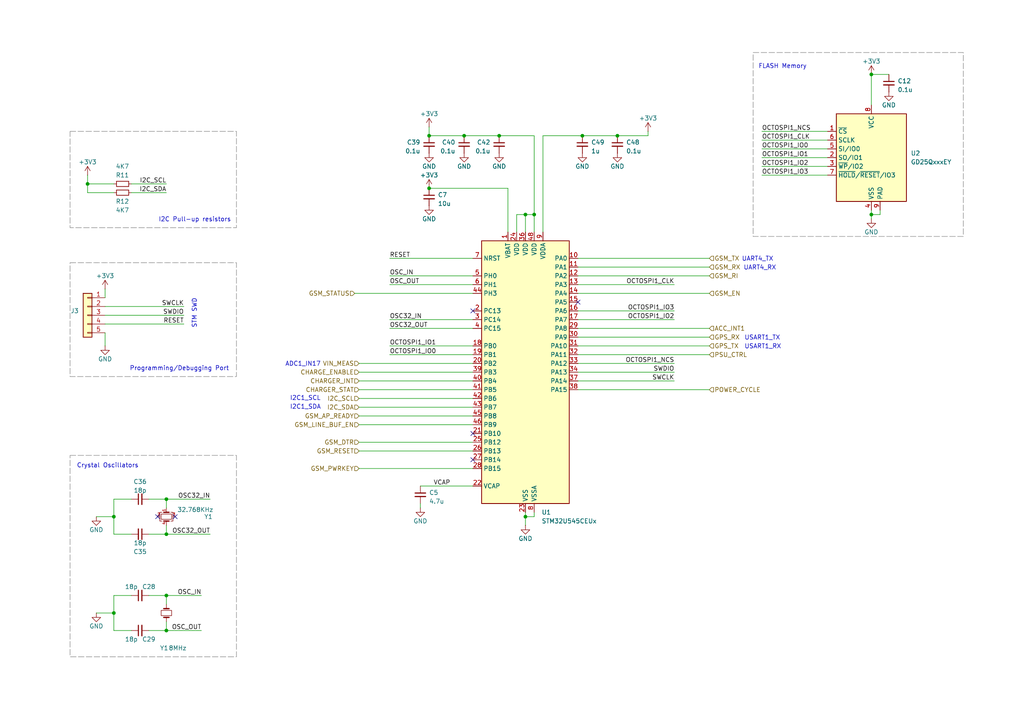
<source format=kicad_sch>
(kicad_sch (version 20250114) (generator "eeschema") (generator_version "9.0")
  (paper "A4")
  (lib_symbols
    (symbol "Connector_Generic:Conn_01x05" (pin_names (offset 1.016) (hide yes))
      (property "Reference" "J" (at 0 7.62 0))
      (property "Value" "Conn_01x05" (at 0 -7.62 0))
      (symbol "Conn_01x05_1_1"
        (rectangle (start -1.27 6.35) (end 1.27 -6.35) (stroke (width 0.254)) (fill (type background)))
        (rectangle (start -1.27 5.207) (end 0 4.953) (stroke (width 0.1524)))
        (rectangle (start -1.27 2.667) (end 0 2.413) (stroke (width 0.1524)))
        (rectangle (start -1.27 0.127) (end 0 -0.127) (stroke (width 0.1524)))
        (rectangle (start -1.27 -2.413) (end 0 -2.667) (stroke (width 0.1524)))
        (rectangle (start -1.27 -4.953) (end 0 -5.207) (stroke (width 0.1524)))
        (pin passive line (at -5.08 5.08 0) (length 3.81) (name "Pin_1") (number "1"))
        (pin passive line (at -5.08 2.54 0) (length 3.81) (name "Pin_2") (number "2"))
        (pin passive line (at -5.08 0 0) (length 3.81) (name "Pin_3") (number "3"))
        (pin passive line (at -5.08 -2.54 0) (length 3.81) (name "Pin_4") (number "4"))
        (pin passive line (at -5.08 -5.08 0) (length 3.81) (name "Pin_5") (number "5"))
      )
    )
    (symbol "Device:C_Small" (pin_numbers (hide yes)) (pin_names (offset 0.254) (hide yes))
      (property "Reference" "C" (at 0.254 1.778 0))
      (property "Value" "C_Small" (at 0.254 -2.032 0))
      (symbol "C_Small_0_1"
        (polyline (pts (xy -1.524 0.508) (xy 1.524 0.508)) (stroke (width 0.3048)))
        (polyline (pts (xy -1.524 -0.508) (xy 1.524 -0.508)) (stroke (width 0.3302)))
      )
      (symbol "C_Small_1_1"
        (pin passive line (at 0 2.54 270) (length 2.032) (name "~") (number "1"))
        (pin passive line (at 0 -2.54 90) (length 2.032) (name "~") (number "2"))
      )
    )
    (symbol "Device:Crystal_GND23_Small" (pin_names (offset 1.016) (hide yes))
      (property "Reference" "Y" (at 1.27 4.445 0))
      (property "Value" "Crystal_GND23_Small" (at 1.27 2.54 0))
      (symbol "Crystal_GND23_Small_0_1"
        (polyline (pts (xy -1.27 1.27) (xy -1.27 1.905) (xy 1.27 1.905) (xy 1.27 1.27)))
        (polyline (pts (xy -1.27 -0.762) (xy -1.27 0.762)) (stroke (width 0.381)))
        (polyline (pts (xy -1.27 -1.27) (xy -1.27 -1.905) (xy 1.27 -1.905) (xy 1.27 -1.27)))
        (rectangle (start -0.762 -1.524) (end 0.762 1.524))
        (polyline (pts (xy 1.27 -0.762) (xy 1.27 0.762)) (stroke (width 0.381)))
      )
      (symbol "Crystal_GND23_Small_1_1"
        (pin passive line (at -2.54 0 0) (length 1.27) (name "1") (number "1"))
        (pin passive line (at 0 2.54 270) (length 0.635) (name "3") (number "3"))
        (pin passive line (at 0 -2.54 90) (length 0.635) (name "2") (number "2"))
        (pin passive line (at 2.54 0 180) (length 1.27) (name "4") (number "4"))
      )
    )
    (symbol "Device:Crystal_Small" (pin_numbers (hide yes)) (pin_names (offset 1.016) (hide yes))
      (property "Reference" "Y" (at 0 2.54 0))
      (property "Value" "Crystal_Small" (at 0 -2.54 0))
      (symbol "Crystal_Small_0_1"
        (polyline (pts (xy -1.27 -0.762) (xy -1.27 0.762)) (stroke (width 0.381)))
        (rectangle (start -0.762 -1.524) (end 0.762 1.524))
        (polyline (pts (xy 1.27 -0.762) (xy 1.27 0.762)) (stroke (width 0.381)))
      )
      (symbol "Crystal_Small_1_1"
        (pin passive line (at -2.54 0 0) (length 1.27) (name "1") (number "1"))
        (pin passive line (at 2.54 0 180) (length 1.27) (name "2") (number "2"))
      )
    )
    (symbol "Device:R_Small" (pin_numbers (hide yes)) (pin_names (offset 0.254) (hide yes))
      (property "Reference" "R" (at 0 0 90))
      (property "Value" "R_Small" (at 1.778 0 90))
      (symbol "R_Small_0_1"
        (rectangle (start -0.762 1.778) (end 0.762 -1.778) (stroke (width 0.2032)))
      )
      (symbol "R_Small_1_1"
        (pin passive line (at 0 2.54 270) (length 0.762) (name "~") (number "1"))
        (pin passive line (at 0 -2.54 90) (length 0.762) (name "~") (number "2"))
      )
    )
    (symbol "MCU_ST_STM32U5:STM32U545CEUx"
      (property "Reference" "U" (at -12.7 39.37 0))
      (property "Value" "STM32U545CEUx" (at 7.62 39.37 0))
      (symbol "STM32U545CEUx_0_1"
        (rectangle (start -12.7 -38.1) (end 12.7 38.1) (stroke (width 0.254)) (fill (type background)))
      )
      (symbol "STM32U545CEUx_1_1"
        (pin input line (at -15.24 33.02 0) (length 2.54) (name "NRST") (number "7"))
        (pin bidirectional line (at -15.24 27.94 0) (length 2.54) (name "PH0") (number "5"))
        (pin bidirectional line (at -15.24 25.4 0) (length 2.54) (name "PH1") (number "6"))
        (pin bidirectional line (at -15.24 22.86 0) (length 2.54) (name "PH3") (number "44"))
        (pin bidirectional line (at -15.24 17.78 0) (length 2.54) (name "PC13") (number "2"))
        (pin bidirectional line (at -15.24 15.24 0) (length 2.54) (name "PC14") (number "3"))
        (pin bidirectional line (at -15.24 12.7 0) (length 2.54) (name "PC15") (number "4"))
        (pin bidirectional line (at -15.24 7.62 0) (length 2.54) (name "PB0") (number "18"))
        (pin bidirectional line (at -15.24 5.08 0) (length 2.54) (name "PB1") (number "19"))
        (pin bidirectional line (at -15.24 2.54 0) (length 2.54) (name "PB2") (number "20"))
        (pin bidirectional line (at -15.24 0 0) (length 2.54) (name "PB3") (number "39"))
        (pin bidirectional line (at -15.24 -2.54 0) (length 2.54) (name "PB4") (number "40"))
        (pin bidirectional line (at -15.24 -5.08 0) (length 2.54) (name "PB5") (number "41"))
        (pin bidirectional line (at -15.24 -7.62 0) (length 2.54) (name "PB6") (number "42"))
        (pin bidirectional line (at -15.24 -10.16 0) (length 2.54) (name "PB7") (number "43"))
        (pin bidirectional line (at -15.24 -12.7 0) (length 2.54) (name "PB8") (number "45"))
        (pin bidirectional line (at -15.24 -15.24 0) (length 2.54) (name "PB9") (number "46"))
        (pin bidirectional line (at -15.24 -17.78 0) (length 2.54) (name "PB10") (number "21"))
        (pin bidirectional line (at -15.24 -20.32 0) (length 2.54) (name "PB12") (number "25"))
        (pin bidirectional line (at -15.24 -22.86 0) (length 2.54) (name "PB13") (number "26"))
        (pin bidirectional line (at -15.24 -25.4 0) (length 2.54) (name "PB14") (number "27"))
        (pin bidirectional line (at -15.24 -27.94 0) (length 2.54) (name "PB15") (number "28"))
        (pin power_out line (at -15.24 -33.02 0) (length 2.54) (name "VCAP") (number "22"))
        (pin power_in line (at -5.08 40.64 270) (length 2.54) (name "VBAT") (number "1"))
        (pin power_in line (at -2.54 40.64 270) (length 2.54) (name "VDD") (number "24"))
        (pin power_in line (at 0 40.64 270) (length 2.54) (name "VDD") (number "36"))
        (pin power_in line (at 0 -40.64 90) (length 2.54) (name "VSS") (number "23"))
        (pin passive line (at 0 -40.64 90) (length 2.54) (hide yes) (name "VSS") (number "35"))
        (pin passive line (at 0 -40.64 90) (length 2.54) (hide yes) (name "VSS") (number "47"))
        (pin passive line (at 0 -40.64 90) (length 2.54) (hide yes) (name "VSS") (number "49"))
        (pin power_in line (at 2.54 40.64 270) (length 2.54) (name "VDD") (number "48"))
        (pin power_in line (at 2.54 -40.64 90) (length 2.54) (name "VSSA") (number "8"))
        (pin power_in line (at 5.08 40.64 270) (length 2.54) (name "VDDA") (number "9"))
        (pin bidirectional line (at 15.24 33.02 180) (length 2.54) (name "PA0") (number "10"))
        (pin bidirectional line (at 15.24 30.48 180) (length 2.54) (name "PA1") (number "11"))
        (pin bidirectional line (at 15.24 27.94 180) (length 2.54) (name "PA2") (number "12"))
        (pin bidirectional line (at 15.24 25.4 180) (length 2.54) (name "PA3") (number "13"))
        (pin bidirectional line (at 15.24 22.86 180) (length 2.54) (name "PA4") (number "14"))
        (pin bidirectional line (at 15.24 20.32 180) (length 2.54) (name "PA5") (number "15"))
        (pin bidirectional line (at 15.24 17.78 180) (length 2.54) (name "PA6") (number "16"))
        (pin bidirectional line (at 15.24 15.24 180) (length 2.54) (name "PA7") (number "17"))
        (pin bidirectional line (at 15.24 12.7 180) (length 2.54) (name "PA8") (number "29"))
        (pin bidirectional line (at 15.24 10.16 180) (length 2.54) (name "PA9") (number "30"))
        (pin bidirectional line (at 15.24 7.62 180) (length 2.54) (name "PA10") (number "31"))
        (pin bidirectional line (at 15.24 5.08 180) (length 2.54) (name "PA11") (number "32"))
        (pin bidirectional line (at 15.24 2.54 180) (length 2.54) (name "PA12") (number "33"))
        (pin bidirectional line (at 15.24 0 180) (length 2.54) (name "PA13") (number "34"))
        (pin bidirectional line (at 15.24 -2.54 180) (length 2.54) (name "PA14") (number "37"))
        (pin bidirectional line (at 15.24 -5.08 180) (length 2.54) (name "PA15") (number "38"))
      )
    )
    (symbol "Memory_Flash:GD25QxxxEY"
      (property "Reference" "U" (at -9.398 13.97 0))
      (property "Value" "GD25QxxxEY" (at 7.112 13.97 0))
      (symbol "GD25QxxxEY_0_1"
        (rectangle (start -10.16 12.7) (end 10.16 -12.7) (stroke (width 0.254)) (fill (type background)))
      )
      (symbol "GD25QxxxEY_1_1"
        (pin input line (at -12.7 7.62 0) (length 2.54) (name "~{CS}") (number "1"))
        (pin input line (at -12.7 5.08 0) (length 2.54) (name "SCLK") (number "6"))
        (pin bidirectional line (at -12.7 2.54 0) (length 2.54) (name "SI/IO0") (number "5"))
        (pin bidirectional line (at -12.7 0 0) (length 2.54) (name "SO/IO1") (number "2"))
        (pin bidirectional line (at -12.7 -2.54 0) (length 2.54) (name "~{WP}/IO2") (number "3"))
        (pin bidirectional line (at -12.7 -5.08 0) (length 2.54) (name "~{HOLD}/~{RESET}/IO3") (number "7"))
        (pin power_in line (at 0 15.24 270) (length 2.54) (name "VCC") (number "8"))
        (pin power_in line (at 0 -15.24 90) (length 2.54) (name "VSS") (number "4"))
        (pin passive line (at 2.54 -15.24 90) (length 2.54) (name "PAD") (number "9"))
      )
    )
    (symbol "power:+3.3V" (power) (pin_numbers (hide yes)) (pin_names (offset 0) (hide yes))
      (property "Value" "+3.3V" (at 0 3.556 0))
      (symbol "+3.3V_0_1"
        (polyline (pts (xy -0.762 1.27) (xy 0 2.54)))
        (polyline (pts (xy 0 2.54) (xy 0.762 1.27)))
        (polyline (pts (xy 0 0) (xy 0 2.54)))
      )
      (symbol "+3.3V_1_1"
        (pin power_in line (at 0 0 90) (length 0) (name "~") (number "1"))
      )
    )
    (symbol "power:GND" (power) (pin_numbers (hide yes)) (pin_names (offset 0) (hide yes))
      (property "Value" "GND" (at 0 -3.81 0))
      (symbol "GND_0_1"
        (polyline (pts (xy 0 0) (xy 0 -1.27) (xy 1.27 -1.27) (xy 0 -2.54) (xy -1.27 -1.27) (xy 0 -1.27)))
      )
      (symbol "GND_1_1"
        (pin power_in line (at 0 0 270) (length 0) (name "~") (number "1"))
      )
    )
  )
  (rectangle (start 218.44 15.24) (end 279.4 68.58) (stroke (width 0) (type dash) (color 132 132 132 1)))
  (rectangle (start 20.32 132.08) (end 68.58 190.5) (stroke (width 0) (type dash) (color 132 132 132 1)))
  (rectangle (start 20.32 38.1) (end 68.58 66.04) (stroke (width 0) (type dash) (color 132 132 132 1)))
  (rectangle (start 20.32 76.2) (end 68.58 109.22) (stroke (width 0) (type dash) (color 132 132 132 1)))
  (text "USART1_RX" (at 215.9 101.346 0) (effects (font (size 1.27 1.27)) (justify left bottom)))
  (text "UART4_TX" (at 215.138 75.946 0) (effects (font (size 1.27 1.27)) (justify left bottom)))
  (text "STM SWD" (at 57.15 95.25 90) (effects (font (size 1.27 1.27)) (justify left bottom)))
  (text "I2C1_SCL" (at 84.074 116.332 0) (effects (font (size 1.27 1.27)) (justify left bottom)))
  (text "I2C1_SDA" (at 84.074 118.872 0) (effects (font (size 1.27 1.27)) (justify left bottom)))
  (text "Crystal Oscillators" (at 31.242 135.128 0) (effects (font (size 1.27 1.27))))
  (text "UART4_RX" (at 215.646 78.486 0) (effects (font (size 1.27 1.27)) (justify left bottom)))
  (text "USART1_TX" (at 215.9 98.806 0) (effects (font (size 1.27 1.27)) (justify left bottom)))
  (text "Programming/Debugging Port" (at 37.592 107.696 0) (effects (font (size 1.27 1.27)) (justify left bottom)))
  (text "FLASH Memory" (at 219.964 20.066 0) (effects (font (size 1.27 1.27)) (justify left bottom)))
  (text "ADC1_IN17" (at 87.884 105.664 0) (effects (font (size 1.27 1.27))))
  (text "I2C Pull-up resistors" (at 45.974 64.516 0) (effects (font (size 1.27 1.27)) (justify left bottom)))
  (junction (at 252.73 21.59))
  (junction (at 48.26 172.72) (diameter 0.9144))
  (junction (at 124.46 39.37))
  (junction (at 48.26 182.88) (diameter 0.9144))
  (junction (at 252.73 62.23))
  (junction (at 152.4 149.86))
  (junction (at 25.4 53.34) (diameter 0.9144))
  (junction (at 33.02 149.86))
  (junction (at 152.4 62.23))
  (junction (at 179.07 39.37))
  (junction (at 154.94 62.23))
  (junction (at 144.78 39.37))
  (junction (at 48.26 154.94) (diameter 0.9144))
  (junction (at 168.91 39.37))
  (junction (at 33.02 177.8))
  (junction (at 124.46 54.61))
  (junction (at 134.62 39.37))
  (junction (at 48.26 144.78) (diameter 0.9144))
  (no_connect (at 137.16 125.73))
  (no_connect (at 50.8 149.86))
  (no_connect (at 137.16 90.17))
  (no_connect (at 137.16 133.35))
  (no_connect (at 167.64 87.63))
  (no_connect (at 45.72 149.86))
  (wire (pts (xy 220.98 48.26) (xy 240.03 48.26)))
  (wire (pts (xy 154.94 39.37) (xy 144.78 39.37)))
  (wire (pts (xy 167.64 113.03) (xy 205.74 113.03)))
  (wire (pts (xy 152.4 149.86) (xy 154.94 149.86)))
  (wire (pts (xy 48.26 144.78) (xy 48.26 147.32)))
  (wire (pts (xy 104.14 120.65) (xy 137.16 120.65)))
  (wire (pts (xy 157.48 39.37) (xy 168.91 39.37)))
  (wire (pts (xy 121.92 140.97) (xy 137.16 140.97)))
  (wire (pts (xy 43.18 182.88) (xy 48.26 182.88)))
  (wire (pts (xy 104.14 110.49) (xy 137.16 110.49)))
  (wire (pts (xy 152.4 62.23) (xy 154.94 62.23)))
  (wire (pts (xy 124.46 36.83) (xy 124.46 39.37)))
  (wire (pts (xy 167.64 77.47) (xy 205.74 77.47)))
  (wire (pts (xy 220.98 43.18) (xy 240.03 43.18)))
  (wire (pts (xy 113.03 82.55) (xy 137.16 82.55)))
  (wire (pts (xy 33.02 154.94) (xy 38.1 154.94)))
  (wire (pts (xy 152.4 149.86) (xy 152.4 152.4)))
  (wire (pts (xy 27.94 177.8) (xy 33.02 177.8)))
  (wire (pts (xy 167.64 105.41) (xy 195.58 105.41)))
  (wire (pts (xy 167.64 95.25) (xy 205.74 95.25)))
  (wire (pts (xy 167.64 100.33) (xy 205.74 100.33)))
  (wire (pts (xy 137.16 128.27) (xy 104.14 128.27)))
  (wire (pts (xy 124.46 39.37) (xy 134.62 39.37)))
  (wire (pts (xy 38.1 172.72) (xy 33.02 172.72)))
  (wire (pts (xy 121.92 147.32) (xy 121.92 146.05)))
  (wire (pts (xy 220.98 38.1) (xy 240.03 38.1)))
  (wire (pts (xy 38.1 182.88) (xy 33.02 182.88)))
  (wire (pts (xy 149.86 62.23) (xy 152.4 62.23)))
  (wire (pts (xy 137.16 123.19) (xy 104.14 123.19)))
  (wire (pts (xy 25.4 53.34) (xy 25.4 50.8)))
  (wire (pts (xy 33.02 53.34) (xy 25.4 53.34)))
  (wire (pts (xy 154.94 148.59) (xy 154.94 149.86)))
  (wire (pts (xy 33.02 149.86) (xy 33.02 144.78)))
  (wire (pts (xy 33.02 144.78) (xy 38.1 144.78)))
  (wire (pts (xy 152.4 62.23) (xy 152.4 67.31)))
  (wire (pts (xy 167.64 97.79) (xy 205.74 97.79)))
  (wire (pts (xy 30.48 83.82) (xy 30.48 86.36)))
  (wire (pts (xy 48.26 144.78) (xy 60.96 144.78)))
  (wire (pts (xy 48.26 144.78) (xy 43.18 144.78)))
  (wire (pts (xy 33.02 177.8) (xy 33.02 182.88)))
  (wire (pts (xy 25.4 55.88) (xy 25.4 53.34)))
  (wire (pts (xy 33.02 55.88) (xy 25.4 55.88)))
  (wire (pts (xy 167.64 102.87) (xy 205.74 102.87)))
  (wire (pts (xy 167.64 107.95) (xy 195.58 107.95)))
  (wire (pts (xy 113.03 74.93) (xy 137.16 74.93)))
  (wire (pts (xy 38.1 55.88) (xy 48.26 55.88)))
  (wire (pts (xy 167.64 90.17) (xy 195.58 90.17)))
  (wire (pts (xy 33.02 172.72) (xy 33.02 177.8)))
  (wire (pts (xy 220.98 40.64) (xy 240.03 40.64)))
  (wire (pts (xy 113.03 80.01) (xy 137.16 80.01)))
  (wire (pts (xy 154.94 62.23) (xy 154.94 39.37)))
  (wire (pts (xy 134.62 39.37) (xy 144.78 39.37)))
  (wire (pts (xy 124.46 54.61) (xy 147.32 54.61)))
  (wire (pts (xy 154.94 62.23) (xy 154.94 67.31)))
  (wire (pts (xy 252.73 60.96) (xy 252.73 62.23)))
  (wire (pts (xy 167.64 82.55) (xy 195.58 82.55)))
  (wire (pts (xy 38.1 53.34) (xy 48.26 53.34)))
  (wire (pts (xy 147.32 54.61) (xy 147.32 67.31)))
  (wire (pts (xy 113.03 102.87) (xy 137.16 102.87)))
  (wire (pts (xy 167.64 85.09) (xy 205.74 85.09)))
  (wire (pts (xy 255.27 60.96) (xy 255.27 62.23)))
  (wire (pts (xy 152.4 148.59) (xy 152.4 149.86)))
  (wire (pts (xy 252.73 21.59) (xy 252.73 30.48)))
  (wire (pts (xy 48.26 152.4) (xy 48.26 154.94)))
  (wire (pts (xy 27.94 149.86) (xy 33.02 149.86)))
  (wire (pts (xy 167.64 110.49) (xy 195.58 110.49)))
  (wire (pts (xy 167.64 80.01) (xy 205.74 80.01)))
  (wire (pts (xy 30.48 88.9) (xy 53.34 88.9)))
  (wire (pts (xy 104.14 130.81) (xy 137.16 130.81)))
  (wire (pts (xy 255.27 62.23) (xy 252.73 62.23)))
  (wire (pts (xy 113.03 95.25) (xy 137.16 95.25)))
  (wire (pts (xy 102.87 85.09) (xy 137.16 85.09)))
  (wire (pts (xy 48.26 172.72) (xy 58.42 172.72)))
  (wire (pts (xy 104.14 107.95) (xy 137.16 107.95)))
  (wire (pts (xy 30.48 91.44) (xy 53.34 91.44)))
  (wire (pts (xy 168.91 39.37) (xy 179.07 39.37)))
  (wire (pts (xy 33.02 154.94) (xy 33.02 149.86)))
  (wire (pts (xy 48.26 172.72) (xy 48.26 175.26)))
  (wire (pts (xy 30.48 93.98) (xy 53.34 93.98)))
  (wire (pts (xy 187.96 38.1) (xy 187.96 39.37)))
  (wire (pts (xy 104.14 113.03) (xy 137.16 113.03)))
  (wire (pts (xy 167.64 92.71) (xy 195.58 92.71)))
  (wire (pts (xy 157.48 39.37) (xy 157.48 67.31)))
  (wire (pts (xy 220.98 50.8) (xy 240.03 50.8)))
  (wire (pts (xy 43.18 172.72) (xy 48.26 172.72)))
  (wire (pts (xy 104.14 105.41) (xy 137.16 105.41)))
  (wire (pts (xy 167.64 74.93) (xy 205.74 74.93)))
  (wire (pts (xy 48.26 182.88) (xy 58.42 182.88)))
  (wire (pts (xy 104.14 118.11) (xy 137.16 118.11)))
  (wire (pts (xy 30.48 96.52) (xy 30.48 100.33)))
  (wire (pts (xy 113.03 100.33) (xy 137.16 100.33)))
  (wire (pts (xy 220.98 45.72) (xy 240.03 45.72)))
  (wire (pts (xy 149.86 62.23) (xy 149.86 67.31)))
  (wire (pts (xy 60.96 154.94) (xy 48.26 154.94)))
  (wire (pts (xy 48.26 154.94) (xy 43.18 154.94)))
  (wire (pts (xy 48.26 182.88) (xy 48.26 180.34)))
  (wire (pts (xy 104.14 115.57) (xy 137.16 115.57)))
  (wire (pts (xy 113.03 92.71) (xy 137.16 92.71)))
  (wire (pts (xy 252.73 62.23) (xy 252.73 63.5)))
  (wire (pts (xy 257.81 21.59) (xy 252.73 21.59)))
  (wire (pts (xy 104.14 135.89) (xy 137.16 135.89)))
  (wire (pts (xy 187.96 39.37) (xy 179.07 39.37)))
  (label "VCAP" (at 125.73 140.97 0))
  (label "OSC32_IN" (at 60.96 144.78 180))
  (label "OCTOSPI1_IO3" (at 220.98 50.8 0))
  (label "SWCLK" (at 195.58 110.49 180))
  (label "SWDIO" (at 195.58 107.95 180))
  (label "OSC_OUT" (at 113.03 82.55 0))
  (label "OCTOSPI1_IO0" (at 113.03 102.87 0))
  (label "RESET" (at 113.03 74.93 0))
  (label "I2C_SCL" (at 48.26 53.34 180))
  (label "SWDIO" (at 53.34 91.44 180))
  (label "OCTOSPI1_NCS" (at 195.58 105.41 180))
  (label "OSC32_OUT" (at 113.03 95.25 0))
  (label "I2C_SDA" (at 48.26 55.88 180))
  (label "RESET" (at 53.34 93.98 180))
  (label "OSC32_IN" (at 113.03 92.71 0))
  (label "OCTOSPI1_IO1" (at 220.98 45.72 0))
  (label "OSC_IN" (at 58.42 172.72 180))
  (label "OSC_OUT" (at 58.42 182.88 180))
  (label "OCTOSPI1_IO3" (at 195.58 90.17 180))
  (label "OCTOSPI1_IO2" (at 195.58 92.71 180))
  (label "OCTOSPI1_CLK" (at 195.58 82.55 180))
  (label "OSC32_OUT" (at 60.96 154.94 180))
  (label "OCTOSPI1_NCS" (at 220.98 38.1 0))
  (label "OCTOSPI1_IO1" (at 113.03 100.33 0))
  (label "SWCLK" (at 53.34 88.9 180))
  (label "OCTOSPI1_IO2" (at 220.98 48.26 0))
  (label "OSC_IN" (at 113.03 80.01 0))
  (label "OCTOSPI1_CLK" (at 220.98 40.64 0))
  (label "OCTOSPI1_IO0" (at 220.98 43.18 0))
  (hierarchical_label "ACC_INT1" (shape input) (at 205.74 95.25 0))
  (hierarchical_label "GSM_TX" (shape input) (at 205.74 74.93 0))
  (hierarchical_label "GSM_STATUS" (shape input) (at 102.87 85.09 180))
  (hierarchical_label "PSU_CTRL" (shape input) (at 205.74 102.87 0))
  (hierarchical_label "GSM_LINE_BUF_EN" (shape input) (at 104.14 123.19 180))
  (hierarchical_label "GSM_EN" (shape input) (at 205.74 85.09 0))
  (hierarchical_label "GSM_RI" (shape input) (at 205.74 80.01 0))
  (hierarchical_label "GSM_RESET" (shape input) (at 104.14 130.81 180))
  (hierarchical_label "CHARGER_STAT" (shape input) (at 104.14 113.03 180))
  (hierarchical_label "CHARGER_INT" (shape input) (at 104.14 110.49 180))
  (hierarchical_label "POWER_CYCLE" (shape input) (at 205.74 113.03 0))
  (hierarchical_label "GSM_DTR" (shape input) (at 104.14 128.27 180))
  (hierarchical_label "I2C_SDA" (shape input) (at 104.14 118.11 180))
  (hierarchical_label "GSM_AP_READY" (shape input) (at 104.14 120.65 180))
  (hierarchical_label "CHARGE_ENABLE" (shape input) (at 104.14 107.95 180))
  (hierarchical_label "VIN_MEAS" (shape input) (at 104.14 105.41 180))
  (hierarchical_label "GPS_TX" (shape input) (at 205.74 100.33 0))
  (hierarchical_label "I2C_SCL" (shape input) (at 104.14 115.57 180))
  (hierarchical_label "GPS_RX" (shape input) (at 205.74 97.79 0))
  (hierarchical_label "GSM_RX" (shape input) (at 205.74 77.47 0))
  (hierarchical_label "GSM_PWRKEY" (shape input) (at 104.14 135.89 180))
  (symbol (lib_id "power:GND") (at 168.91 44.45 0) (mirror y) (unit 1)
    (property "Reference" "#PWR026" (effects (hide yes)))
    (property "Value" "GND" (at 168.91 48.26 0))
    (property "Description" "Power symbol creates a global label with name \"GND\" , ground" (effects (hide yes)))
    (instances (project "BK4000TG_V3" (path "" (reference "#PWR029") (unit 1))) (project "BK4000TG_V3" (path "" (reference "#PWR026") (unit 1))))
  )
  (symbol (lib_id "power:GND") (at 152.4 152.4 0) (mirror y) (unit 1)
    (property "Reference" "#PWR025" (effects (hide yes)))
    (property "Value" "GND" (at 152.4 156.21 0))
    (property "Description" "Power symbol creates a global label with name \"GND\" , ground" (effects (hide yes)))
    (instances (project "BK4000TG_V3" (path "" (reference "#PWR073") (unit 1))) (project "BK4000TG_V3" (path "" (reference "#PWR025") (unit 1))))
  )
  (symbol (lib_id "Device:Crystal_Small") (at 48.26 177.8 270) (mirror x) (unit 1)
    (property "Reference" "Y2" (at 46.3551 187.96 90) (effects (justify left)))
    (property "Value" "8MHz" (at 48.8951 187.96 90) (effects (justify left)))
    (property "Footprint" "Crystal:Crystal_SMD_0603-4Pin_6.0x3.5mm" (effects (hide yes)))
    (property "Description" "Two pin crystal, small symbol" (effects (hide yes)))
    (property "Part No" "MCSJK-6G-8.00-16-10-80-B-20" (effects (hide yes)))
    (instances (project "BK4000TG_V3" (path "" (reference "Y1") (unit 1))) (project "BK4000TG_V3" (path "" (reference "Y2") (unit 1))))
  )
  (symbol (lib_id "power:GND") (at 124.46 59.69 0) (mirror y) (unit 1)
    (property "Reference" "#PWR022" (effects (hide yes)))
    (property "Value" "GND" (at 124.46 63.5 0))
    (property "Description" "Power symbol creates a global label with name \"GND\" , ground" (effects (hide yes)))
  )
  (symbol (lib_id "power:+3.3V") (at 30.48 83.82 0) (mirror y) (unit 1)
    (property "Reference" "#PWR015" (effects (hide yes)))
    (property "Value" "+3V3" (at 30.48 80.01 0))
    (property "Description" "Power symbol creates a global label with name \"+3.3V\"" (effects (hide yes)))
    (instances (project "BK4000TG_V3" (path "" (reference "#PWR0102") (unit 1))) (project "BK4000TG_V3" (path "" (reference "#PWR015") (unit 1))))
  )
  (symbol (lib_id "Device:C_Small") (at 134.62 41.91 0) (mirror y) (unit 1)
    (property "Reference" "C8" (at 132.08 41.2749 0) (effects (justify left)))
    (property "Value" "0.1u" (at 132.08 43.8149 0) (effects (justify left)))
    (property "Footprint" "Capacitor_SMD:C_0603_1608Metric" (effects (hide yes)))
    (property "Description" "Unpolarized capacitor, small symbol" (effects (hide yes)))
    (instances (project "BK4000TG_V3" (path "" (reference "C40") (unit 1))) (project "BK4000TG_V3" (path "" (reference "C8") (unit 1))))
  )
  (symbol (lib_id "Device:C_Small") (at 257.81 24.13 0) (unit 1)
    (property "Reference" "C12" (at 260.35 23.4949 0) (effects (justify left)))
    (property "Value" "0.1u" (at 260.35 26.0349 0) (effects (justify left)))
    (property "Footprint" "Capacitor_SMD:C_0603_1608Metric" (effects (hide yes)))
    (property "Description" "Unpolarized capacitor, small symbol" (effects (hide yes)))
  )
  (symbol (lib_id "power:GND") (at 121.92 147.32 0) (mirror y) (unit 1)
    (property "Reference" "#PWR018" (effects (hide yes)))
    (property "Value" "GND" (at 121.92 151.13 0))
    (property "Description" "Power symbol creates a global label with name \"GND\" , ground" (effects (hide yes)))
  )
  (symbol (lib_id "power:+3.3V") (at 124.46 54.61 0) (mirror y) (unit 1)
    (property "Reference" "#PWR021" (effects (hide yes)))
    (property "Value" "+3V3" (at 124.46 50.8 0))
    (property "Description" "Power symbol creates a global label with name \"+3.3V\"" (effects (hide yes)))
  )
  (symbol (lib_id "power:GND") (at 257.81 26.67 0) (mirror y) (unit 1)
    (property "Reference" "#PWR031" (effects (hide yes)))
    (property "Value" "GND" (at 257.81 30.48 0))
    (property "Description" "Power symbol creates a global label with name \"GND\" , ground" (effects (hide yes)))
  )
  (symbol (lib_id "Device:C_Small") (at 40.64 144.78 90) (mirror x) (unit 1)
    (property "Reference" "C1" (at 40.64 139.7 90))
    (property "Value" "18p" (at 40.64 142.24 90))
    (property "Footprint" "Capacitor_SMD:C_0402_1005Metric" (effects (hide yes)))
    (property "Description" "Unpolarized capacitor, small symbol" (effects (hide yes)))
    (instances (project "BK4000TG_V3" (path "" (reference "C36") (unit 1))) (project "BK4000TG_V3" (path "" (reference "C1") (unit 1))))
  )
  (symbol (lib_id "power:+3.3V") (at 187.96 38.1 0) (mirror y) (unit 1)
    (property "Reference" "#PWR028" (effects (hide yes)))
    (property "Value" "+3V3" (at 187.96 34.29 0))
    (property "Description" "Power symbol creates a global label with name \"+3.3V\"" (effects (hide yes)))
    (instances (project "BK4000TG_V3" (path "" (reference "#PWR070") (unit 1))) (project "BK4000TG_V3" (path "" (reference "#PWR028") (unit 1))))
  )
  (symbol (lib_id "Connector_Generic:Conn_01x05") (at 25.4 91.44 0) (mirror y) (unit 1)
    (property "Reference" "J3" (at 22.86 90.1699 0) (effects (justify left)))
    (property "Value" "Conn_01x05" (effects (hide yes)))
    (property "Footprint" "Connector_JST:JST_PH_B5B-PH-SM4-TB_1x05-1MP_P2.00mm_Vertical" (effects (hide yes)))
    (property "Description" "Generic connector, single row, 01x05, script generated (kicad-library-utils/schlib/autogen/connector/)" (effects (hide yes)))
  )
  (symbol (lib_id "power:+3.3V") (at 124.46 36.83 0) (mirror y) (unit 1)
    (property "Reference" "#PWR019" (effects (hide yes)))
    (property "Value" "+3V3" (at 124.46 33.02 0))
    (property "Description" "Power symbol creates a global label with name \"+3.3V\"" (effects (hide yes)))
    (instances (project "BK4000TG_V3" (path "" (reference "#PWR069") (unit 1))) (project "BK4000TG_V3" (path "" (reference "#PWR019") (unit 1))))
  )
  (symbol (lib_id "power:GND") (at 134.62 44.45 0) (mirror y) (unit 1)
    (property "Reference" "#PWR023" (effects (hide yes)))
    (property "Value" "GND" (at 134.62 48.26 0))
    (property "Description" "Power symbol creates a global label with name \"GND\" , ground" (effects (hide yes)))
    (instances (project "BK4000TG_V3" (path "" (reference "#PWR08") (unit 1))) (project "BK4000TG_V3" (path "" (reference "#PWR023") (unit 1))))
  )
  (symbol (lib_id "Device:C_Small") (at 121.92 143.51 0) (unit 1)
    (property "Reference" "C5" (at 124.46 142.8749 0) (effects (justify left)))
    (property "Value" "4.7u" (at 124.46 145.4149 0) (effects (justify left)))
    (property "Footprint" "Capacitor_SMD:C_0603_1608Metric" (effects (hide yes)))
    (property "Description" "Unpolarized capacitor, small symbol" (effects (hide yes)))
  )
  (symbol (lib_id "power:GND") (at 27.94 177.8 0) (unit 1)
    (property "Reference" "#PWR014" (effects (hide yes)))
    (property "Value" "GND" (at 27.94 181.61 0))
    (property "Description" "Power symbol creates a global label with name \"GND\" , ground" (effects (hide yes)))
    (instances (project "BK4000TG_V3" (path "" (reference "#PWR072") (unit 1))) (project "BK4000TG_V3" (path "" (reference "#PWR014") (unit 1))))
  )
  (symbol (lib_id "Device:C_Small") (at 40.64 172.72 90) (unit 1)
    (property "Reference" "C3" (at 43.18 170.18 90))
    (property "Value" "18p" (at 38.1 170.18 90))
    (property "Footprint" "Capacitor_SMD:C_0402_1005Metric" (effects (hide yes)))
    (property "Description" "Unpolarized capacitor, small symbol" (effects (hide yes)))
    (instances (project "BK4000TG_V3" (path "" (reference "C28") (unit 1))) (project "BK4000TG_V3" (path "" (reference "C3") (unit 1))))
  )
  (symbol (lib_id "power:GND") (at 252.73 63.5 0) (mirror y) (unit 1)
    (property "Reference" "#PWR030" (effects (hide yes)))
    (property "Value" "GND" (at 252.73 67.31 0))
    (property "Description" "Power symbol creates a global label with name \"GND\" , ground" (effects (hide yes)))
  )
  (symbol (lib_id "Device:C_Small") (at 124.46 41.91 0) (mirror y) (unit 1)
    (property "Reference" "C6" (at 121.92 41.2749 0) (effects (justify left)))
    (property "Value" "0.1u" (at 121.92 43.8149 0) (effects (justify left)))
    (property "Footprint" "Capacitor_SMD:C_0603_1608Metric" (effects (hide yes)))
    (property "Description" "Unpolarized capacitor, small symbol" (effects (hide yes)))
    (instances (project "BK4000TG_V3" (path "" (reference "C39") (unit 1))) (project "BK4000TG_V3" (path "" (reference "C6") (unit 1))))
  )
  (symbol (lib_id "power:GND") (at 124.46 44.45 0) (mirror y) (unit 1)
    (property "Reference" "#PWR020" (effects (hide yes)))
    (property "Value" "GND" (at 124.46 48.26 0))
    (property "Description" "Power symbol creates a global label with name \"GND\" , ground" (effects (hide yes)))
    (instances (project "BK4000TG_V3" (path "" (reference "#PWR07") (unit 1))) (project "BK4000TG_V3" (path "" (reference "#PWR020") (unit 1))))
  )
  (symbol (lib_id "Device:R_Small") (at 35.56 53.34 270) (unit 1)
    (property "Reference" "R5" (at 37.4649 50.8 90) (effects (justify right)))
    (property "Value" "4K7" (at 37.4649 48.26 90) (effects (justify right)))
    (property "Footprint" "Resistor_SMD:R_0402_1005Metric" (effects (hide yes)))
    (property "Description" "Resistor, small symbol" (effects (hide yes)))
    (instances (project "BK4000TG_V3" (path "" (reference "R11") (unit 1))) (project "BK4000TG_V3" (path "" (reference "R5") (unit 1))))
  )
  (symbol (lib_id "power:GND") (at 30.48 100.33 0) (mirror y) (unit 1)
    (property "Reference" "#PWR016" (effects (hide yes)))
    (property "Value" "GND" (at 30.48 104.14 0))
    (property "Description" "Power symbol creates a global label with name \"GND\" , ground" (effects (hide yes)))
    (instances (project "BK4000TG_V3" (path "" (reference "#PWR0101") (unit 1))) (project "BK4000TG_V3" (path "" (reference "#PWR016") (unit 1))))
  )
  (symbol (lib_id "Device:C_Small") (at 179.07 41.91 0) (unit 1)
    (property "Reference" "C11" (at 181.61 41.2749 0) (effects (justify left)))
    (property "Value" "0.1u" (at 181.61 43.8149 0) (effects (justify left)))
    (property "Footprint" "Capacitor_SMD:C_0603_1608Metric" (effects (hide yes)))
    (property "Description" "Unpolarized capacitor, small symbol" (effects (hide yes)))
    (instances (project "BK4000TG_V3" (path "" (reference "C48") (unit 1))) (project "BK4000TG_V3" (path "" (reference "C11") (unit 1))))
  )
  (symbol (lib_id "Device:C_Small") (at 40.64 182.88 90) (unit 1)
    (property "Reference" "C4" (at 43.18 185.42 90))
    (property "Value" "18p" (at 38.1 185.42 90))
    (property "Footprint" "Capacitor_SMD:C_0402_1005Metric" (effects (hide yes)))
    (property "Description" "Unpolarized capacitor, small symbol" (effects (hide yes)))
    (instances (project "BK4000TG_V3" (path "" (reference "C29") (unit 1))) (project "BK4000TG_V3" (path "" (reference "C4") (unit 1))))
  )
  (symbol (lib_id "Memory_Flash:GD25QxxxEY") (at 252.73 45.72 0) (unit 1)
    (property "Reference" "U2" (at 264.16 44.4499 0) (effects (justify left)))
    (property "Value" "GD25QxxxEY" (at 264.16 46.9899 0) (effects (justify left)))
    (property "Footprint" "Package_SON:WSON-8-1EP_8x6mm_P1.27mm_EP3.4x4.3mm" (effects (hide yes)))
    (property "Datasheet" "https://www.lcsc.com/datasheet/lcsc_datasheet_2201241400_GigaDevice-Semicon-Beijing-GD25Q256EYIGR_C2927043.pdf" (effects (hide yes)))
    (property "Description" "3.0V, Standard/Dual/Quad Serial Flash, WSON-8" (effects (hide yes)))
  )
  (symbol (lib_id "power:+3.3V") (at 25.4 50.8 0) (unit 1)
    (property "Reference" "#PWR017" (effects (hide yes)))
    (property "Value" "+3V3" (at 25.4 46.99 0))
    (property "Description" "Power symbol creates a global label with name \"+3.3V\"" (effects (hide yes)))
    (instances (project "BK4000TG_V3" (path "" (reference "#PWR071") (unit 1))) (project "BK4000TG_V3" (path "" (reference "#PWR017") (unit 1))))
  )
  (symbol (lib_id "Device:C_Small") (at 124.46 57.15 0) (unit 1)
    (property "Reference" "C7" (at 127 56.5149 0) (effects (justify left)))
    (property "Value" "10u" (at 127 59.0549 0) (effects (justify left)))
    (property "Footprint" "Capacitor_SMD:C_0805_2012Metric" (effects (hide yes)))
    (property "Description" "Unpolarized capacitor, small symbol" (effects (hide yes)))
  )
  (symbol (lib_id "Device:C_Small") (at 168.91 41.91 0) (unit 1)
    (property "Reference" "C10" (at 171.45 41.2749 0) (effects (justify left)))
    (property "Value" "1u" (at 171.45 43.8149 0) (effects (justify left)))
    (property "Footprint" "Capacitor_SMD:C_0603_1608Metric" (effects (hide yes)))
    (property "Description" "Unpolarized capacitor, small symbol" (effects (hide yes)))
    (instances (project "BK4000TG_V3" (path "" (reference "C49") (unit 1))) (project "BK4000TG_V3" (path "" (reference "C10") (unit 1))))
  )
  (symbol (lib_id "power:+3.3V") (at 252.73 21.59 0) (mirror y) (unit 1)
    (property "Reference" "#PWR029" (effects (hide yes)))
    (property "Value" "+3V3" (at 252.73 17.78 0))
    (property "Description" "Power symbol creates a global label with name \"+3.3V\"" (effects (hide yes)))
  )
  (symbol (lib_id "Device:R_Small") (at 35.56 55.88 270) (unit 1)
    (property "Reference" "R6" (at 37.4649 58.42 90) (effects (justify right)))
    (property "Value" "4K7" (at 37.4649 60.96 90) (effects (justify right)))
    (property "Footprint" "Resistor_SMD:R_0402_1005Metric" (effects (hide yes)))
    (property "Description" "Resistor, small symbol" (effects (hide yes)))
    (instances (project "BK4000TG_V3" (path "" (reference "R12") (unit 1))) (project "BK4000TG_V3" (path "" (reference "R6") (unit 1))))
  )
  (symbol (lib_id "Device:C_Small") (at 144.78 41.91 0) (mirror y) (unit 1)
    (property "Reference" "C9" (at 142.24 41.2749 0) (effects (justify left)))
    (property "Value" "0.1u" (at 142.24 43.8149 0) (effects (justify left)))
    (property "Footprint" "Capacitor_SMD:C_0603_1608Metric" (effects (hide yes)))
    (property "Description" "Unpolarized capacitor, small symbol" (effects (hide yes)))
    (instances (project "BK4000TG_V3" (path "" (reference "C42") (unit 1))) (project "BK4000TG_V3" (path "" (reference "C9") (unit 1))))
  )
  (symbol (lib_id "Device:C_Small") (at 40.64 154.94 270) (mirror x) (unit 1)
    (property "Reference" "C2" (at 40.64 160.02 90))
    (property "Value" "18p" (at 40.64 157.48 90))
    (property "Footprint" "Capacitor_SMD:C_0402_1005Metric" (effects (hide yes)))
    (property "Description" "Unpolarized capacitor, small symbol" (effects (hide yes)))
    (instances (project "BK4000TG_V3" (path "" (reference "C35") (unit 1))) (project "BK4000TG_V3" (path "" (reference "C2") (unit 1))))
  )
  (symbol (lib_id "MCU_ST_STM32U5:STM32U545CEUx") (at 152.4 107.95 0) (unit 1)
    (property "Reference" "U1" (at 157.0833 148.59 0) (effects (justify left)))
    (property "Value" "STM32U545CEUx" (at 157.0833 151.13 0) (effects (justify left)))
    (property "Footprint" "Package_DFN_QFN:QFN-48-1EP_7x7mm_P0.5mm_EP5.6x5.6mm" (effects (hide yes)))
    (property "Datasheet" "https://www.st.com/resource/en/datasheet/stm32u545ce.pdf" (effects (hide yes)))
    (property "Description" "STMicroelectronics Arm Cortex-M33 MCU, 512KB flash, 274KB RAM, 37 GPIO, UFQFPN48" (effects (hide yes)))
  )
  (symbol (lib_id "Device:Crystal_GND23_Small") (at 48.26 149.86 270) (unit 1)
    (property "Reference" "Y1" (at 60.452 149.86 90))
    (property "Value" "32.768KHz" (at 56.642 147.828 90))
    (property "Footprint" "Crystal:Crystal_SMD_SeikoEpson_MC146-4Pin_6.7x1.5mm" (effects (hide yes)))
    (property "Description" "Four pin crystal, GND on pins 2 and 3, small symbol" (effects (hide yes)))
  )
  (symbol (lib_id "power:GND") (at 27.94 149.86 0) (unit 1)
    (property "Reference" "#PWR013" (effects (hide yes)))
    (property "Value" "GND" (at 27.94 153.67 0))
    (property "Description" "Power symbol creates a global label with name \"GND\" , ground" (effects (hide yes)))
    (instances (project "BK4000TG_V3" (path "" (reference "#PWR082") (unit 1))) (project "BK4000TG_V3" (path "" (reference "#PWR013") (unit 1))))
  )
  (symbol (lib_id "power:GND") (at 144.78 44.45 0) (mirror y) (unit 1)
    (property "Reference" "#PWR024" (effects (hide yes)))
    (property "Value" "GND" (at 144.78 48.26 0))
    (property "Description" "Power symbol creates a global label with name \"GND\" , ground" (effects (hide yes)))
    (instances (project "BK4000TG_V3" (path "" (reference "#PWR09") (unit 1))) (project "BK4000TG_V3" (path "" (reference "#PWR024") (unit 1))))
  )
  (symbol (lib_id "power:GND") (at 179.07 44.45 0) (mirror y) (unit 1)
    (property "Reference" "#PWR027" (effects (hide yes)))
    (property "Value" "GND" (at 179.07 48.26 0))
    (property "Description" "Power symbol creates a global label with name \"GND\" , ground" (effects (hide yes)))
    (instances (project "BK4000TG_V3" (path "" (reference "#PWR031") (unit 1))) (project "BK4000TG_V3" (path "" (reference "#PWR027") (unit 1))))
  )
)
</source>
